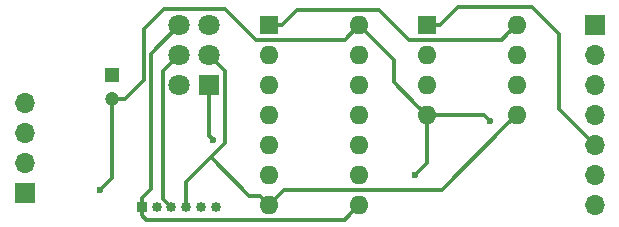
<source format=gbl>
G04 #@! TF.GenerationSoftware,KiCad,Pcbnew,5.0.2-bee76a0~70~ubuntu18.04.1*
G04 #@! TF.CreationDate,2019-03-01T14:38:36+01:00*
G04 #@! TF.ProjectId,skewboards,736b6577-626f-4617-9264-732e6b696361,rev?*
G04 #@! TF.SameCoordinates,Original*
G04 #@! TF.FileFunction,Copper,L2,Bot*
G04 #@! TF.FilePolarity,Positive*
%FSLAX46Y46*%
G04 Gerber Fmt 4.6, Leading zero omitted, Abs format (unit mm)*
G04 Created by KiCad (PCBNEW 5.0.2-bee76a0~70~ubuntu18.04.1) date ven. 01 mars 2019 14:38:36 CET*
%MOMM*%
%LPD*%
G01*
G04 APERTURE LIST*
G04 #@! TA.AperFunction,ComponentPad*
%ADD10C,1.800000*%
G04 #@! TD*
G04 #@! TA.AperFunction,ComponentPad*
%ADD11R,1.800000X1.800000*%
G04 #@! TD*
G04 #@! TA.AperFunction,ComponentPad*
%ADD12R,1.200000X1.200000*%
G04 #@! TD*
G04 #@! TA.AperFunction,ComponentPad*
%ADD13C,1.200000*%
G04 #@! TD*
G04 #@! TA.AperFunction,ComponentPad*
%ADD14R,1.700000X1.700000*%
G04 #@! TD*
G04 #@! TA.AperFunction,ComponentPad*
%ADD15O,1.700000X1.700000*%
G04 #@! TD*
G04 #@! TA.AperFunction,ComponentPad*
%ADD16R,1.600000X1.600000*%
G04 #@! TD*
G04 #@! TA.AperFunction,ComponentPad*
%ADD17O,1.600000X1.600000*%
G04 #@! TD*
G04 #@! TA.AperFunction,ComponentPad*
%ADD18C,0.850000*%
G04 #@! TD*
G04 #@! TA.AperFunction,ComponentPad*
%ADD19R,0.850000X0.850000*%
G04 #@! TD*
G04 #@! TA.AperFunction,ViaPad*
%ADD20C,0.600000*%
G04 #@! TD*
G04 #@! TA.AperFunction,Conductor*
%ADD21C,0.300000*%
G04 #@! TD*
G04 APERTURE END LIST*
D10*
G04 #@! TO.P,J4,5*
G04 #@! TO.N,/RESET*
X67645000Y-33692000D03*
G04 #@! TO.P,J4,4*
G04 #@! TO.N,/MOSI*
X70185000Y-31152000D03*
D11*
G04 #@! TO.P,J4,6*
G04 #@! TO.N,GND*
X70185000Y-33692000D03*
D10*
G04 #@! TO.P,J4,2*
G04 #@! TO.N,VCC*
X70185000Y-28612000D03*
G04 #@! TO.P,J4,3*
G04 #@! TO.N,/SCK*
X67645000Y-31152000D03*
G04 #@! TO.P,J4,1*
G04 #@! TO.N,/MISO*
X67645000Y-28612000D03*
G04 #@! TD*
D12*
G04 #@! TO.P,C1,1*
G04 #@! TO.N,/RST*
X61930000Y-32835000D03*
D13*
G04 #@! TO.P,C1,2*
G04 #@! TO.N,GND*
X61930000Y-34835000D03*
G04 #@! TD*
D14*
G04 #@! TO.P,J1,1*
G04 #@! TO.N,GND*
X54564000Y-42836000D03*
D15*
G04 #@! TO.P,J1,2*
G04 #@! TO.N,Net-(J1-Pad2)*
X54564000Y-40296000D03*
G04 #@! TO.P,J1,3*
G04 #@! TO.N,Net-(J1-Pad3)*
X54564000Y-37756000D03*
G04 #@! TO.P,J1,4*
G04 #@! TO.N,/RST*
X54564000Y-35216000D03*
G04 #@! TD*
D14*
G04 #@! TO.P,J2,1*
G04 #@! TO.N,GND*
X102824000Y-28612000D03*
D15*
G04 #@! TO.P,J2,2*
G04 #@! TO.N,/SCK*
X102824000Y-31152000D03*
G04 #@! TO.P,J2,3*
G04 #@! TO.N,/MISO*
X102824000Y-33692000D03*
G04 #@! TO.P,J2,4*
G04 #@! TO.N,/MOSI*
X102824000Y-36232000D03*
G04 #@! TO.P,J2,5*
G04 #@! TO.N,/RESET*
X102824000Y-38772000D03*
G04 #@! TO.P,J2,6*
G04 #@! TO.N,/HEARTBEAT*
X102824000Y-41312000D03*
G04 #@! TO.P,J2,7*
G04 #@! TO.N,/ERROR*
X102824000Y-43852000D03*
G04 #@! TD*
D16*
G04 #@! TO.P,S8,1*
G04 #@! TO.N,/RESET*
X88600000Y-28612000D03*
D17*
G04 #@! TO.P,S8,5*
G04 #@! TO.N,/MOSI*
X96220000Y-36232000D03*
G04 #@! TO.P,S8,2*
G04 #@! TO.N,N/C*
X88600000Y-31152000D03*
G04 #@! TO.P,S8,6*
G04 #@! TO.N,/MISO*
X96220000Y-33692000D03*
G04 #@! TO.P,S8,3*
G04 #@! TO.N,N/C*
X88600000Y-33692000D03*
G04 #@! TO.P,S8,7*
G04 #@! TO.N,/SCK*
X96220000Y-31152000D03*
G04 #@! TO.P,S8,4*
G04 #@! TO.N,GND*
X88600000Y-36232000D03*
G04 #@! TO.P,S8,8*
G04 #@! TO.N,VCC*
X96220000Y-28612000D03*
G04 #@! TD*
D16*
G04 #@! TO.P,S14,1*
G04 #@! TO.N,VCC*
X75265000Y-28612000D03*
D17*
G04 #@! TO.P,S14,8*
G04 #@! TO.N,/MISO*
X82885000Y-43852000D03*
G04 #@! TO.P,S14,2*
G04 #@! TO.N,N/C*
X75265000Y-31152000D03*
G04 #@! TO.P,S14,9*
G04 #@! TO.N,/SCK*
X82885000Y-41312000D03*
G04 #@! TO.P,S14,3*
G04 #@! TO.N,N/C*
X75265000Y-33692000D03*
G04 #@! TO.P,S14,10*
X82885000Y-38772000D03*
G04 #@! TO.P,S14,4*
G04 #@! TO.N,/RESET*
X75265000Y-36232000D03*
G04 #@! TO.P,S14,11*
G04 #@! TO.N,N/C*
X82885000Y-36232000D03*
G04 #@! TO.P,S14,5*
X75265000Y-38772000D03*
G04 #@! TO.P,S14,12*
X82885000Y-33692000D03*
G04 #@! TO.P,S14,6*
X75265000Y-41312000D03*
G04 #@! TO.P,S14,13*
X82885000Y-31152000D03*
G04 #@! TO.P,S14,7*
G04 #@! TO.N,/MOSI*
X75265000Y-43852000D03*
G04 #@! TO.P,S14,14*
G04 #@! TO.N,GND*
X82885000Y-28612000D03*
G04 #@! TD*
D18*
G04 #@! TO.P,J5,6*
G04 #@! TO.N,GND*
X70720000Y-43979000D03*
G04 #@! TO.P,J5,5*
G04 #@! TO.N,/RESET*
X69470000Y-43979000D03*
G04 #@! TO.P,J5,4*
G04 #@! TO.N,/MOSI*
X68220000Y-43979000D03*
G04 #@! TO.P,J5,3*
G04 #@! TO.N,/SCK*
X66970000Y-43979000D03*
G04 #@! TO.P,J5,2*
G04 #@! TO.N,VCC*
X65720000Y-43979000D03*
D19*
G04 #@! TO.P,J5,1*
G04 #@! TO.N,/MISO*
X64470000Y-43979000D03*
G04 #@! TD*
D20*
G04 #@! TO.N,GND*
X87584000Y-41312000D03*
X93934000Y-36740000D03*
X60914000Y-42582000D03*
X70502500Y-38327500D03*
G04 #@! TD*
D21*
G04 #@! TO.N,GND*
X85806000Y-33438000D02*
X87800001Y-35432001D01*
X82885000Y-28612000D02*
X85806000Y-31533000D01*
X87800001Y-35432001D02*
X88600000Y-36232000D01*
X85806000Y-31533000D02*
X85806000Y-33438000D01*
X88600000Y-36232000D02*
X88600000Y-40296000D01*
X88600000Y-40296000D02*
X87584000Y-41312000D01*
X88600000Y-36232000D02*
X93426000Y-36232000D01*
X93426000Y-36232000D02*
X93934000Y-36740000D01*
X61930000Y-41566000D02*
X61213999Y-42282001D01*
X61930000Y-34835000D02*
X61930000Y-41566000D01*
X61213999Y-42282001D02*
X60914000Y-42582000D01*
X63073000Y-34835000D02*
X64631990Y-33276010D01*
X74104999Y-29862001D02*
X81634999Y-29862001D01*
X61930000Y-34835000D02*
X63073000Y-34835000D01*
X64631990Y-33276010D02*
X64631990Y-28958010D01*
X81634999Y-29862001D02*
X82885000Y-28612000D01*
X64631990Y-28958010D02*
X66328001Y-27261999D01*
X66328001Y-27261999D02*
X71504997Y-27261999D01*
X71504997Y-27261999D02*
X74104999Y-29862001D01*
X70185000Y-33692000D02*
X70185000Y-38010000D01*
X70202501Y-38027501D02*
X70502500Y-38327500D01*
X70185000Y-38010000D02*
X70202501Y-38027501D01*
G04 #@! TO.N,VCC*
X77615001Y-27361999D02*
X84555999Y-27361999D01*
X75265000Y-28612000D02*
X76365000Y-28612000D01*
X76365000Y-28612000D02*
X77615001Y-27361999D01*
X95420001Y-29411999D02*
X96220000Y-28612000D01*
X94930001Y-29901999D02*
X95420001Y-29411999D01*
X87095999Y-29901999D02*
X94930001Y-29901999D01*
X84555999Y-27361999D02*
X87095999Y-29901999D01*
G04 #@! TO.N,/SCK*
X66294999Y-43303999D02*
X66545001Y-43554001D01*
X66294999Y-32502001D02*
X66294999Y-43303999D01*
X66545001Y-43554001D02*
X66970000Y-43979000D01*
X67645000Y-31152000D02*
X66294999Y-32502001D01*
G04 #@! TO.N,/MISO*
X64470000Y-43254000D02*
X65232000Y-42492000D01*
X64470000Y-43979000D02*
X64470000Y-43254000D01*
X65232000Y-31025000D02*
X67645000Y-28612000D01*
X65232000Y-42492000D02*
X65232000Y-31025000D01*
X81634999Y-45102001D02*
X82085001Y-44651999D01*
X64868001Y-45102001D02*
X81634999Y-45102001D01*
X82085001Y-44651999D02*
X82885000Y-43852000D01*
X64470000Y-44704000D02*
X64868001Y-45102001D01*
X64470000Y-43979000D02*
X64470000Y-44704000D01*
G04 #@! TO.N,/MOSI*
X71535001Y-32502001D02*
X71535001Y-38564999D01*
X70185000Y-31152000D02*
X71535001Y-32502001D01*
X68220000Y-41880000D02*
X68220000Y-43979000D01*
X73576001Y-43052001D02*
X70312000Y-39788000D01*
X74465001Y-43052001D02*
X73576001Y-43052001D01*
X75265000Y-43852000D02*
X74465001Y-43052001D01*
X71535001Y-38564999D02*
X70312000Y-39788000D01*
X70312000Y-39788000D02*
X68220000Y-41880000D01*
X95420001Y-37031999D02*
X96220000Y-36232000D01*
X76515001Y-42601999D02*
X89850001Y-42601999D01*
X89850001Y-42601999D02*
X95420001Y-37031999D01*
X75265000Y-43852000D02*
X76515001Y-42601999D01*
G04 #@! TO.N,/RESET*
X89700000Y-28612000D02*
X88600000Y-28612000D01*
X91224000Y-27088000D02*
X89700000Y-28612000D01*
X102824000Y-38772000D02*
X99776000Y-35724000D01*
X97490000Y-27088000D02*
X91224000Y-27088000D01*
X99776000Y-29374000D02*
X97490000Y-27088000D01*
X99776000Y-35724000D02*
X99776000Y-29374000D01*
G04 #@! TD*
M02*

</source>
